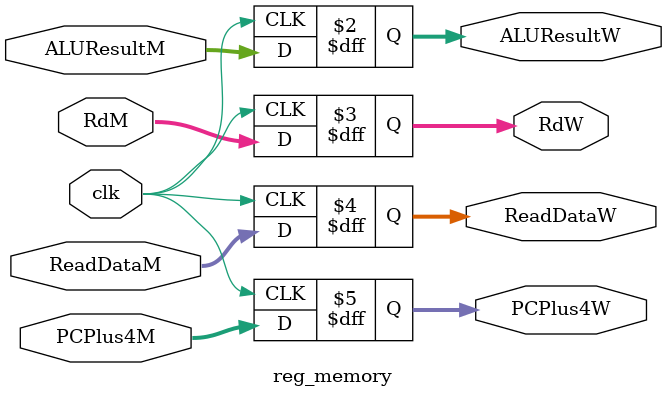
<source format=sv>
/*
	Function: Pipeline register between Memory Access and WriteBack Stage
*/

module reg_memory #(
    parameter DATA_WIDTH =32
)(  
    input logic                    clk,     
    input logic [DATA_WIDTH-1:0]   ALUResultM,
    input logic [4:0]              RdM,
    input logic [DATA_WIDTH-1:0]   ReadDataM,
    input logic [DATA_WIDTH-1:0]   PCPlus4M,

    output logic [DATA_WIDTH-1:0]   ALUResultW,
    output logic [4:0]              RdW,
    output logic [DATA_WIDTH-1:0]   ReadDataW,
    output logic [DATA_WIDTH-1:0]   PCPlus4W
    );

    always_ff @(posedge clk) begin
        ALUResultW  <=      ALUResultM;
        RdW         <=      RdM;
        ReadDataW   <=      ReadDataM;
        PCPlus4W    <=      PCPlus4M;
    end

endmodule

</source>
